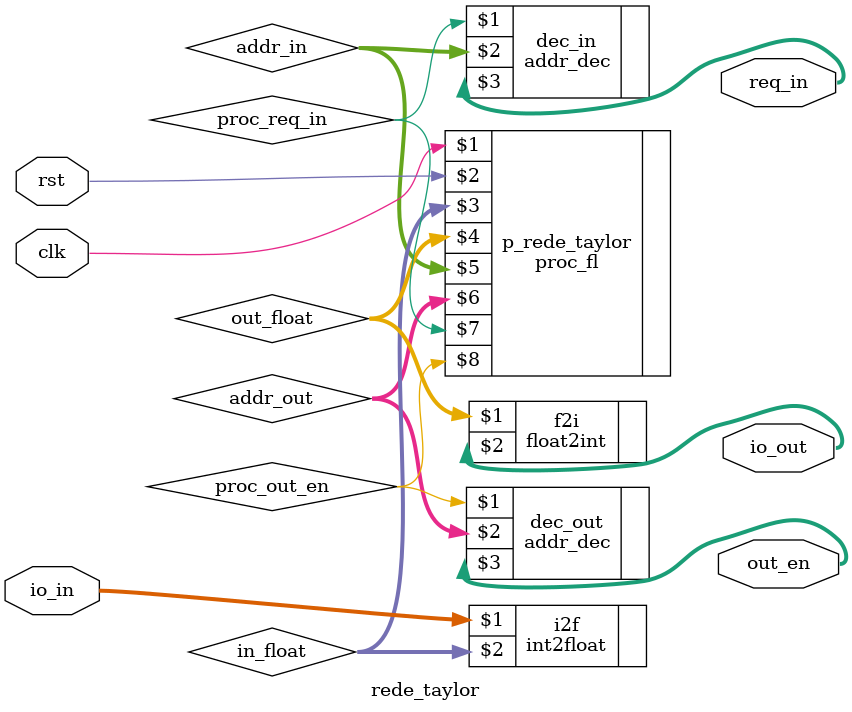
<source format=v>
module rede_taylor (
input clk, rst,
input signed [18:0] io_in,
output signed [27:0] io_out,
output [3:0] req_in,
output [3:0] out_en);

wire signed [27:0] in_float;
wire signed [27:0] out_float;

int2float #(.MAN(19),.EXP(8)) i2f (io_in, in_float);

wire proc_req_in, proc_out_en;
wire [1:0] addr_in;
wire [1:0] addr_out;

proc_fl #(.NBMANT(19),
.NBEXPO(8),
.MDATAS(155),
.MINSTS(444),
.SDEPTH(4),
.NUIOIN(4),
.NUIOOU(4),
.EQU(1),
.MLT(1),
.ADD(1),
.NEG(1),
.LES(1),
.LAN(1),
.ABS(1),
.LIN(1),
.SRF(1),
.SIGN(1),
.DFILE("C:/Users/melis/Desktop/GitDesk/rede_taylor/rede_taylor/Hardware/rede_taylor_H/rede_taylor_data.mif"),
.IFILE("C:/Users/melis/Desktop/GitDesk/rede_taylor/rede_taylor/Hardware/rede_taylor_H/rede_taylor_inst.mif")
) p_rede_taylor (clk, rst, in_float, out_float, addr_in, addr_out, proc_req_in, proc_out_en);

float2int #(.EXP(8),.MAN(19)) f2i (out_float, io_out);

addr_dec #(4) dec_in (proc_req_in, addr_in , req_in);
addr_dec #(4) dec_out(proc_out_en, addr_out, out_en);

endmodule

</source>
